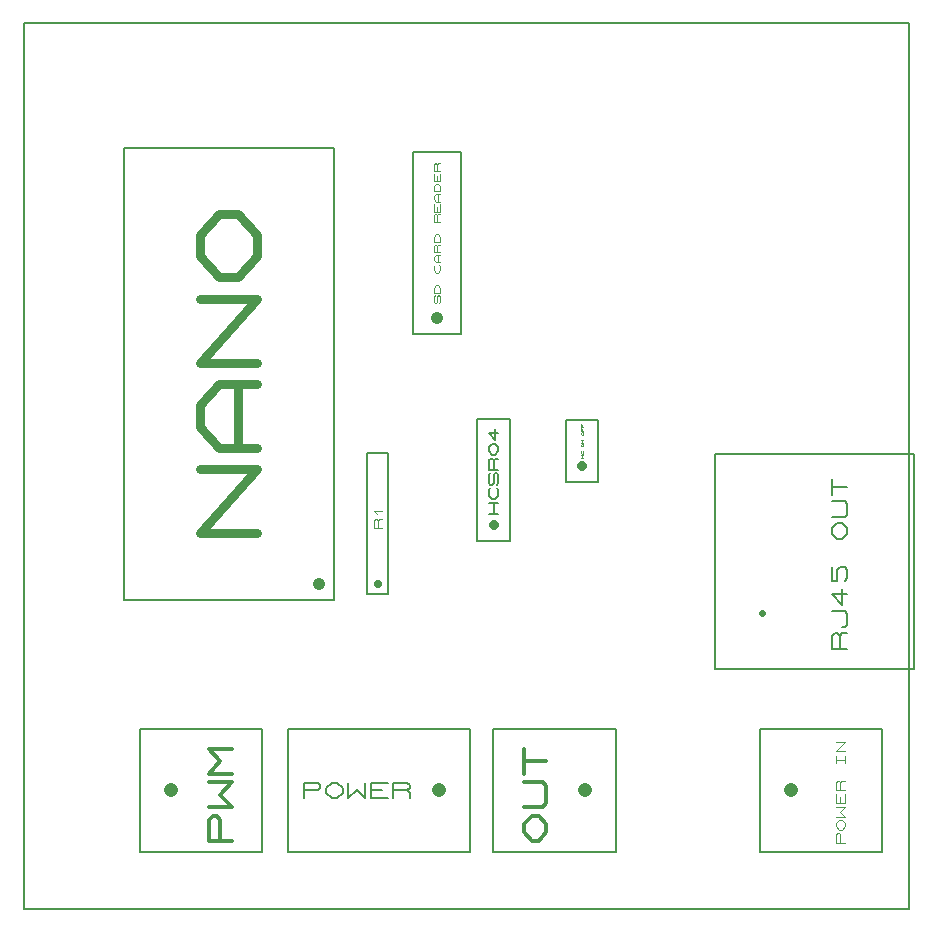
<source format=gbr>
G04 PROTEUS GERBER X2 FILE*
%TF.GenerationSoftware,Labcenter,Proteus,8.10-SP3-Build29560*%
%TF.CreationDate,2022-04-06T16:06:30+00:00*%
%TF.FileFunction,AssemblyDrawing,Top*%
%TF.FilePolarity,Positive*%
%TF.Part,Single*%
%TF.SameCoordinates,{9280a720-8dd3-4385-b9d9-bf93217f49df}*%
%FSLAX45Y45*%
%MOMM*%
G01*
%TA.AperFunction,Profile*%
%ADD17C,0.203200*%
%TA.AperFunction,Material*%
%ADD19C,0.203200*%
%ADD23C,1.016000*%
%ADD24C,0.801370*%
%ADD25C,0.095430*%
%ADD26C,0.711200*%
%ADD27C,0.110230*%
%ADD28C,0.812800*%
%ADD29C,0.139700*%
%ADD72C,1.219200*%
%ADD73C,0.122420*%
%ADD30C,0.314280*%
%ADD31C,0.210740*%
%ADD32C,0.036680*%
%ADD33C,0.558800*%
%ADD34C,0.207010*%
%TD.AperFunction*%
D17*
X-12750000Y+3500000D02*
X-5250000Y+3500000D01*
X-5250000Y+11000000D01*
X-12750000Y+11000000D01*
X-12750000Y+3500000D01*
D19*
X-11901000Y+6112840D02*
X-10123000Y+6112840D01*
X-10123000Y+9943160D01*
X-11901000Y+9943160D01*
X-11901000Y+6112840D01*
D23*
X-10250000Y+6250000D02*
X-10250000Y+6250000D01*
D24*
X-10771589Y+6679514D02*
X-11252411Y+6679514D01*
X-10771589Y+7220438D01*
X-11252411Y+7220438D01*
X-10771589Y+7400747D02*
X-11092137Y+7400747D01*
X-11252411Y+7581055D01*
X-11252411Y+7761363D01*
X-11092137Y+7941671D01*
X-10771589Y+7941671D01*
X-10931863Y+7400747D02*
X-10931863Y+7941671D01*
X-10771589Y+8121980D02*
X-11252411Y+8121980D01*
X-10771589Y+8662904D01*
X-11252411Y+8662904D01*
X-11092137Y+8843213D02*
X-11252411Y+9023521D01*
X-11252411Y+9203829D01*
X-11092137Y+9384137D01*
X-10931863Y+9384137D01*
X-10771589Y+9203829D01*
X-10771589Y+9023521D01*
X-10931863Y+8843213D01*
X-11092137Y+8843213D01*
D19*
X-9450660Y+8362840D02*
X-9049340Y+8362840D01*
X-9049340Y+9907160D01*
X-9450660Y+9907160D01*
X-9450660Y+8362840D01*
D23*
X-9250000Y+8500000D02*
X-9250000Y+8500000D01*
D25*
X-9230914Y+8627771D02*
X-9221371Y+8638506D01*
X-9221371Y+8681450D01*
X-9230914Y+8692186D01*
X-9240457Y+8692186D01*
X-9250000Y+8681450D01*
X-9250000Y+8638506D01*
X-9259543Y+8627771D01*
X-9269086Y+8627771D01*
X-9278629Y+8638506D01*
X-9278629Y+8681450D01*
X-9269086Y+8692186D01*
X-9221371Y+8713658D02*
X-9278629Y+8713658D01*
X-9278629Y+8756601D01*
X-9259543Y+8778073D01*
X-9240457Y+8778073D01*
X-9221371Y+8756601D01*
X-9221371Y+8713658D01*
X-9230914Y+8949847D02*
X-9221371Y+8939111D01*
X-9221371Y+8906903D01*
X-9240457Y+8885432D01*
X-9259543Y+8885432D01*
X-9278629Y+8906903D01*
X-9278629Y+8939111D01*
X-9269086Y+8949847D01*
X-9221371Y+8971319D02*
X-9259543Y+8971319D01*
X-9278629Y+8992790D01*
X-9278629Y+9014262D01*
X-9259543Y+9035734D01*
X-9221371Y+9035734D01*
X-9240457Y+8971319D02*
X-9240457Y+9035734D01*
X-9221371Y+9057206D02*
X-9278629Y+9057206D01*
X-9278629Y+9110885D01*
X-9269086Y+9121621D01*
X-9259543Y+9121621D01*
X-9250000Y+9110885D01*
X-9250000Y+9057206D01*
X-9250000Y+9110885D02*
X-9240457Y+9121621D01*
X-9221371Y+9121621D01*
X-9221371Y+9143093D02*
X-9278629Y+9143093D01*
X-9278629Y+9186036D01*
X-9259543Y+9207508D01*
X-9240457Y+9207508D01*
X-9221371Y+9186036D01*
X-9221371Y+9143093D01*
X-9221371Y+9314867D02*
X-9278629Y+9314867D01*
X-9278629Y+9368546D01*
X-9269086Y+9379282D01*
X-9259543Y+9379282D01*
X-9250000Y+9368546D01*
X-9250000Y+9314867D01*
X-9250000Y+9368546D02*
X-9240457Y+9379282D01*
X-9221371Y+9379282D01*
X-9221371Y+9465169D02*
X-9221371Y+9400754D01*
X-9278629Y+9400754D01*
X-9278629Y+9465169D01*
X-9250000Y+9400754D02*
X-9250000Y+9443697D01*
X-9221371Y+9486641D02*
X-9259543Y+9486641D01*
X-9278629Y+9508112D01*
X-9278629Y+9529584D01*
X-9259543Y+9551056D01*
X-9221371Y+9551056D01*
X-9240457Y+9486641D02*
X-9240457Y+9551056D01*
X-9221371Y+9572528D02*
X-9278629Y+9572528D01*
X-9278629Y+9615471D01*
X-9259543Y+9636943D01*
X-9240457Y+9636943D01*
X-9221371Y+9615471D01*
X-9221371Y+9572528D01*
X-9221371Y+9722830D02*
X-9221371Y+9658415D01*
X-9278629Y+9658415D01*
X-9278629Y+9722830D01*
X-9250000Y+9658415D02*
X-9250000Y+9701358D01*
X-9221371Y+9744302D02*
X-9278629Y+9744302D01*
X-9278629Y+9797981D01*
X-9269086Y+9808717D01*
X-9259543Y+9808717D01*
X-9250000Y+9797981D01*
X-9250000Y+9744302D01*
X-9250000Y+9797981D02*
X-9240457Y+9808717D01*
X-9221371Y+9808717D01*
D19*
X-9838900Y+6161100D02*
X-9661100Y+6161100D01*
X-9661100Y+7354900D01*
X-9838900Y+7354900D01*
X-9838900Y+6161100D01*
D26*
X-9750000Y+6250000D02*
X-9750000Y+6250000D01*
D27*
X-9716929Y+6721018D02*
X-9783070Y+6721018D01*
X-9783070Y+6783025D01*
X-9772047Y+6795427D01*
X-9761023Y+6795427D01*
X-9750000Y+6783025D01*
X-9750000Y+6721018D01*
X-9750000Y+6783025D02*
X-9738976Y+6795427D01*
X-9716929Y+6795427D01*
X-9761023Y+6845033D02*
X-9783070Y+6869836D01*
X-9716929Y+6869836D01*
D19*
X-8908160Y+6608840D02*
X-8633840Y+6608840D01*
X-8633840Y+7645160D01*
X-8908160Y+7645160D01*
X-8908160Y+6608840D01*
D28*
X-8771000Y+6746000D02*
X-8771000Y+6746000D01*
D29*
X-8729090Y+6838710D02*
X-8812910Y+6838710D01*
X-8812910Y+6933007D02*
X-8729090Y+6933007D01*
X-8771000Y+6838710D02*
X-8771000Y+6933007D01*
X-8743060Y+7058737D02*
X-8729090Y+7043021D01*
X-8729090Y+6995872D01*
X-8757030Y+6964440D01*
X-8784970Y+6964440D01*
X-8812910Y+6995872D01*
X-8812910Y+7043021D01*
X-8798940Y+7058737D01*
X-8743060Y+7090170D02*
X-8729090Y+7105886D01*
X-8729090Y+7168751D01*
X-8743060Y+7184467D01*
X-8757030Y+7184467D01*
X-8771000Y+7168751D01*
X-8771000Y+7105886D01*
X-8784970Y+7090170D01*
X-8798940Y+7090170D01*
X-8812910Y+7105886D01*
X-8812910Y+7168751D01*
X-8798940Y+7184467D01*
X-8729090Y+7215900D02*
X-8812910Y+7215900D01*
X-8812910Y+7294481D01*
X-8798940Y+7310197D01*
X-8784970Y+7310197D01*
X-8771000Y+7294481D01*
X-8771000Y+7215900D01*
X-8771000Y+7294481D02*
X-8757030Y+7310197D01*
X-8729090Y+7310197D01*
X-8784970Y+7341630D02*
X-8812910Y+7373062D01*
X-8812910Y+7404495D01*
X-8784970Y+7435927D01*
X-8757030Y+7435927D01*
X-8729090Y+7404495D01*
X-8729090Y+7373062D01*
X-8757030Y+7341630D01*
X-8784970Y+7341630D01*
X-8757030Y+7561657D02*
X-8757030Y+7467360D01*
X-8812910Y+7530225D01*
X-8729090Y+7530225D01*
D19*
X-6514160Y+3981840D02*
X-5477840Y+3981840D01*
X-5477840Y+5018160D01*
X-6514160Y+5018160D01*
X-6514160Y+3981840D01*
D72*
X-6250000Y+4500000D02*
X-6250000Y+4500000D01*
D73*
X-5796711Y+4059260D02*
X-5870168Y+4059260D01*
X-5870168Y+4128125D01*
X-5857925Y+4141898D01*
X-5845682Y+4141898D01*
X-5833440Y+4128125D01*
X-5833440Y+4059260D01*
X-5845682Y+4169445D02*
X-5870168Y+4196991D01*
X-5870168Y+4224537D01*
X-5845682Y+4252083D01*
X-5821197Y+4252083D01*
X-5796711Y+4224537D01*
X-5796711Y+4196991D01*
X-5821197Y+4169445D01*
X-5845682Y+4169445D01*
X-5870168Y+4279630D02*
X-5796711Y+4279630D01*
X-5833440Y+4320949D01*
X-5796711Y+4362268D01*
X-5870168Y+4362268D01*
X-5796711Y+4472453D02*
X-5796711Y+4389815D01*
X-5870168Y+4389815D01*
X-5870168Y+4472453D01*
X-5833440Y+4389815D02*
X-5833440Y+4444907D01*
X-5796711Y+4500000D02*
X-5870168Y+4500000D01*
X-5870168Y+4568865D01*
X-5857925Y+4582638D01*
X-5845682Y+4582638D01*
X-5833440Y+4568865D01*
X-5833440Y+4500000D01*
X-5833440Y+4568865D02*
X-5821197Y+4582638D01*
X-5796711Y+4582638D01*
X-5870168Y+4734143D02*
X-5870168Y+4789235D01*
X-5870168Y+4761689D02*
X-5796711Y+4761689D01*
X-5796711Y+4734143D02*
X-5796711Y+4789235D01*
X-5796711Y+4830555D02*
X-5870168Y+4830555D01*
X-5796711Y+4913193D01*
X-5870168Y+4913193D01*
D19*
X-11764160Y+3981840D02*
X-10727840Y+3981840D01*
X-10727840Y+5018160D01*
X-11764160Y+5018160D01*
X-11764160Y+3981840D01*
D72*
X-11500000Y+4500000D02*
X-11500000Y+4500000D01*
D30*
X-10989155Y+4075721D02*
X-11177724Y+4075721D01*
X-11177724Y+4252504D01*
X-11146296Y+4287860D01*
X-11114868Y+4287860D01*
X-11083440Y+4252504D01*
X-11083440Y+4075721D01*
X-11177724Y+4358574D02*
X-10989155Y+4358574D01*
X-11083440Y+4464643D01*
X-10989155Y+4570713D01*
X-11177724Y+4570713D01*
X-10989155Y+4641427D02*
X-11177724Y+4641427D01*
X-11083440Y+4747496D01*
X-11177724Y+4853566D01*
X-10989155Y+4853566D01*
D19*
X-8772160Y+3981840D02*
X-7735840Y+3981840D01*
X-7735840Y+5018160D01*
X-8772160Y+5018160D01*
X-8772160Y+3981840D01*
D72*
X-8000000Y+4500000D02*
X-8000000Y+4500000D01*
D30*
X-8447988Y+4075721D02*
X-8510844Y+4146434D01*
X-8510844Y+4217147D01*
X-8447988Y+4287860D01*
X-8385131Y+4287860D01*
X-8322275Y+4217147D01*
X-8322275Y+4146434D01*
X-8385131Y+4075721D01*
X-8447988Y+4075721D01*
X-8510844Y+4358574D02*
X-8353703Y+4358574D01*
X-8322275Y+4393930D01*
X-8322275Y+4535357D01*
X-8353703Y+4570713D01*
X-8510844Y+4570713D01*
X-8510844Y+4641427D02*
X-8510844Y+4853566D01*
X-8510844Y+4747496D02*
X-8322275Y+4747496D01*
D19*
X-10514160Y+3981840D02*
X-8969840Y+3981840D01*
X-8969840Y+5018160D01*
X-10514160Y+5018160D01*
X-10514160Y+3981840D01*
D72*
X-9234000Y+4500000D02*
X-9234000Y+4500000D01*
D31*
X-10378740Y+4436776D02*
X-10378740Y+4563224D01*
X-10260195Y+4563224D01*
X-10236486Y+4542149D01*
X-10236486Y+4521075D01*
X-10260195Y+4500000D01*
X-10378740Y+4500000D01*
X-10189068Y+4521075D02*
X-10141650Y+4563224D01*
X-10094232Y+4563224D01*
X-10046814Y+4521075D01*
X-10046814Y+4478925D01*
X-10094232Y+4436776D01*
X-10141650Y+4436776D01*
X-10189068Y+4478925D01*
X-10189068Y+4521075D01*
X-9999396Y+4563224D02*
X-9999396Y+4436776D01*
X-9928269Y+4500000D01*
X-9857142Y+4436776D01*
X-9857142Y+4563224D01*
X-9667470Y+4436776D02*
X-9809724Y+4436776D01*
X-9809724Y+4563224D01*
X-9667470Y+4563224D01*
X-9809724Y+4500000D02*
X-9714888Y+4500000D01*
X-9620052Y+4436776D02*
X-9620052Y+4563224D01*
X-9501507Y+4563224D01*
X-9477798Y+4542149D01*
X-9477798Y+4521075D01*
X-9501507Y+4500000D01*
X-9620052Y+4500000D01*
X-9501507Y+4500000D02*
X-9477798Y+4478925D01*
X-9477798Y+4436776D01*
D19*
X-8158160Y+7108840D02*
X-7883840Y+7108840D01*
X-7883840Y+7637160D01*
X-8158160Y+7637160D01*
X-8158160Y+7108840D01*
D28*
X-8021000Y+7246000D02*
X-8021000Y+7246000D01*
D32*
X-8009993Y+7313315D02*
X-8032006Y+7313315D01*
X-8032006Y+7338079D02*
X-8009993Y+7338079D01*
X-8021000Y+7313315D02*
X-8021000Y+7338079D01*
X-8013662Y+7371098D02*
X-8009993Y+7366970D01*
X-8009993Y+7354588D01*
X-8017331Y+7346334D01*
X-8024668Y+7346334D01*
X-8032006Y+7354588D01*
X-8032006Y+7366970D01*
X-8028337Y+7371098D01*
X-8024668Y+7412372D02*
X-8032006Y+7420626D01*
X-8032006Y+7428881D01*
X-8024668Y+7437136D01*
X-8017331Y+7437136D01*
X-8009993Y+7428881D01*
X-8009993Y+7420626D01*
X-8017331Y+7412372D01*
X-8024668Y+7412372D01*
X-8009993Y+7445391D02*
X-8032006Y+7445391D01*
X-8009993Y+7470155D01*
X-8032006Y+7470155D01*
X-8024668Y+7511429D02*
X-8032006Y+7519683D01*
X-8032006Y+7527938D01*
X-8024668Y+7536193D01*
X-8017331Y+7536193D01*
X-8009993Y+7527938D01*
X-8009993Y+7519683D01*
X-8017331Y+7511429D01*
X-8024668Y+7511429D01*
X-8009993Y+7544448D02*
X-8032006Y+7544448D01*
X-8032006Y+7569212D01*
X-8021000Y+7544448D02*
X-8021000Y+7560957D01*
X-8009993Y+7577467D02*
X-8032006Y+7577467D01*
X-8032006Y+7602231D01*
X-8021000Y+7577467D02*
X-8021000Y+7593976D01*
D19*
X-6893700Y+5527560D02*
X-5207140Y+5527560D01*
X-5207140Y+7351280D01*
X-6893700Y+7351280D01*
X-6893700Y+5527560D01*
D33*
X-6500000Y+6000000D02*
X-6500000Y+6000000D01*
D34*
X-5777497Y+5694184D02*
X-5901703Y+5694184D01*
X-5901703Y+5810627D01*
X-5881002Y+5833915D01*
X-5860301Y+5833915D01*
X-5839600Y+5810627D01*
X-5839600Y+5694184D01*
X-5839600Y+5810627D02*
X-5818899Y+5833915D01*
X-5777497Y+5833915D01*
X-5818899Y+5880493D02*
X-5798198Y+5880493D01*
X-5777497Y+5903781D01*
X-5777497Y+5996936D01*
X-5798198Y+6020224D01*
X-5901703Y+6020224D01*
X-5818899Y+6206533D02*
X-5818899Y+6066802D01*
X-5901703Y+6159956D01*
X-5777497Y+6159956D01*
X-5901703Y+6392842D02*
X-5901703Y+6276399D01*
X-5860301Y+6276399D01*
X-5860301Y+6369554D01*
X-5839600Y+6392842D01*
X-5798198Y+6392842D01*
X-5777497Y+6369554D01*
X-5777497Y+6299688D01*
X-5798198Y+6276399D01*
X-5860301Y+6625729D02*
X-5901703Y+6672306D01*
X-5901703Y+6718883D01*
X-5860301Y+6765460D01*
X-5818899Y+6765460D01*
X-5777497Y+6718883D01*
X-5777497Y+6672306D01*
X-5818899Y+6625729D01*
X-5860301Y+6625729D01*
X-5901703Y+6812038D02*
X-5798198Y+6812038D01*
X-5777497Y+6835326D01*
X-5777497Y+6928481D01*
X-5798198Y+6951769D01*
X-5901703Y+6951769D01*
X-5901703Y+6998347D02*
X-5901703Y+7138078D01*
X-5901703Y+7068212D02*
X-5777497Y+7068212D01*
M02*

</source>
